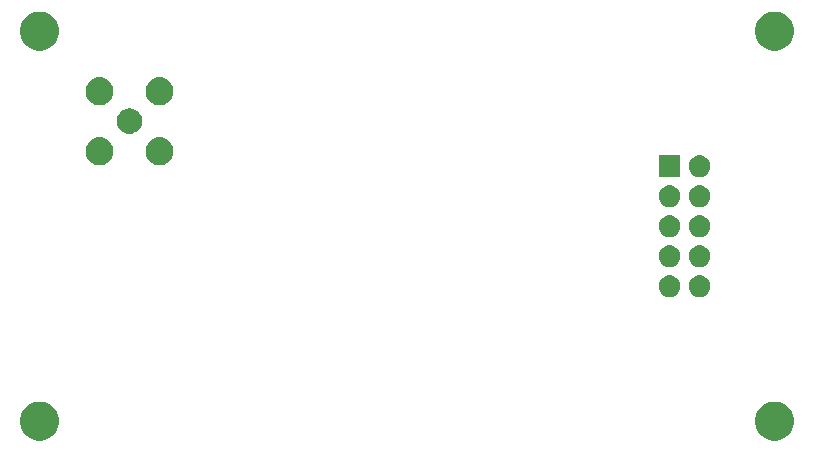
<source format=gbr>
G04 #@! TF.GenerationSoftware,KiCad,Pcbnew,5.1.5-52549c5~84~ubuntu18.04.1*
G04 #@! TF.CreationDate,2019-12-29T09:20:39+09:30*
G04 #@! TF.ProjectId,SpectrumAnalyser,53706563-7472-4756-9d41-6e616c797365,rev?*
G04 #@! TF.SameCoordinates,Original*
G04 #@! TF.FileFunction,Soldermask,Bot*
G04 #@! TF.FilePolarity,Negative*
%FSLAX46Y46*%
G04 Gerber Fmt 4.6, Leading zero omitted, Abs format (unit mm)*
G04 Created by KiCad (PCBNEW 5.1.5-52549c5~84~ubuntu18.04.1) date 2019-12-29 09:20:39*
%MOMM*%
%LPD*%
G04 APERTURE LIST*
%ADD10C,0.100000*%
G04 APERTURE END LIST*
D10*
G36*
X212465256Y-113961298D02*
G01*
X212571579Y-113982447D01*
X212872042Y-114106903D01*
X213142451Y-114287585D01*
X213372415Y-114517549D01*
X213553097Y-114787958D01*
X213677553Y-115088421D01*
X213741000Y-115407391D01*
X213741000Y-115732609D01*
X213677553Y-116051579D01*
X213553097Y-116352042D01*
X213372415Y-116622451D01*
X213142451Y-116852415D01*
X212872042Y-117033097D01*
X212571579Y-117157553D01*
X212465256Y-117178702D01*
X212252611Y-117221000D01*
X211927389Y-117221000D01*
X211714744Y-117178702D01*
X211608421Y-117157553D01*
X211307958Y-117033097D01*
X211037549Y-116852415D01*
X210807585Y-116622451D01*
X210626903Y-116352042D01*
X210502447Y-116051579D01*
X210439000Y-115732609D01*
X210439000Y-115407391D01*
X210502447Y-115088421D01*
X210626903Y-114787958D01*
X210807585Y-114517549D01*
X211037549Y-114287585D01*
X211307958Y-114106903D01*
X211608421Y-113982447D01*
X211714744Y-113961298D01*
X211927389Y-113919000D01*
X212252611Y-113919000D01*
X212465256Y-113961298D01*
G37*
G36*
X150235256Y-113961298D02*
G01*
X150341579Y-113982447D01*
X150642042Y-114106903D01*
X150912451Y-114287585D01*
X151142415Y-114517549D01*
X151323097Y-114787958D01*
X151447553Y-115088421D01*
X151511000Y-115407391D01*
X151511000Y-115732609D01*
X151447553Y-116051579D01*
X151323097Y-116352042D01*
X151142415Y-116622451D01*
X150912451Y-116852415D01*
X150642042Y-117033097D01*
X150341579Y-117157553D01*
X150235256Y-117178702D01*
X150022611Y-117221000D01*
X149697389Y-117221000D01*
X149484744Y-117178702D01*
X149378421Y-117157553D01*
X149077958Y-117033097D01*
X148807549Y-116852415D01*
X148577585Y-116622451D01*
X148396903Y-116352042D01*
X148272447Y-116051579D01*
X148209000Y-115732609D01*
X148209000Y-115407391D01*
X148272447Y-115088421D01*
X148396903Y-114787958D01*
X148577585Y-114517549D01*
X148807549Y-114287585D01*
X149077958Y-114106903D01*
X149378421Y-113982447D01*
X149484744Y-113961298D01*
X149697389Y-113919000D01*
X150022611Y-113919000D01*
X150235256Y-113961298D01*
G37*
G36*
X206006778Y-103260547D02*
G01*
X206173224Y-103329491D01*
X206323022Y-103429583D01*
X206450417Y-103556978D01*
X206550509Y-103706776D01*
X206619453Y-103873222D01*
X206654600Y-104049918D01*
X206654600Y-104230082D01*
X206619453Y-104406778D01*
X206550509Y-104573224D01*
X206450417Y-104723022D01*
X206323022Y-104850417D01*
X206173224Y-104950509D01*
X206006778Y-105019453D01*
X205830082Y-105054600D01*
X205649918Y-105054600D01*
X205473222Y-105019453D01*
X205306776Y-104950509D01*
X205156978Y-104850417D01*
X205029583Y-104723022D01*
X204929491Y-104573224D01*
X204860547Y-104406778D01*
X204825400Y-104230082D01*
X204825400Y-104049918D01*
X204860547Y-103873222D01*
X204929491Y-103706776D01*
X205029583Y-103556978D01*
X205156978Y-103429583D01*
X205306776Y-103329491D01*
X205473222Y-103260547D01*
X205649918Y-103225400D01*
X205830082Y-103225400D01*
X206006778Y-103260547D01*
G37*
G36*
X203466778Y-103260547D02*
G01*
X203633224Y-103329491D01*
X203783022Y-103429583D01*
X203910417Y-103556978D01*
X204010509Y-103706776D01*
X204079453Y-103873222D01*
X204114600Y-104049918D01*
X204114600Y-104230082D01*
X204079453Y-104406778D01*
X204010509Y-104573224D01*
X203910417Y-104723022D01*
X203783022Y-104850417D01*
X203633224Y-104950509D01*
X203466778Y-105019453D01*
X203290082Y-105054600D01*
X203109918Y-105054600D01*
X202933222Y-105019453D01*
X202766776Y-104950509D01*
X202616978Y-104850417D01*
X202489583Y-104723022D01*
X202389491Y-104573224D01*
X202320547Y-104406778D01*
X202285400Y-104230082D01*
X202285400Y-104049918D01*
X202320547Y-103873222D01*
X202389491Y-103706776D01*
X202489583Y-103556978D01*
X202616978Y-103429583D01*
X202766776Y-103329491D01*
X202933222Y-103260547D01*
X203109918Y-103225400D01*
X203290082Y-103225400D01*
X203466778Y-103260547D01*
G37*
G36*
X206006778Y-100720547D02*
G01*
X206173224Y-100789491D01*
X206323022Y-100889583D01*
X206450417Y-101016978D01*
X206550509Y-101166776D01*
X206619453Y-101333222D01*
X206654600Y-101509918D01*
X206654600Y-101690082D01*
X206619453Y-101866778D01*
X206550509Y-102033224D01*
X206450417Y-102183022D01*
X206323022Y-102310417D01*
X206173224Y-102410509D01*
X206006778Y-102479453D01*
X205830082Y-102514600D01*
X205649918Y-102514600D01*
X205473222Y-102479453D01*
X205306776Y-102410509D01*
X205156978Y-102310417D01*
X205029583Y-102183022D01*
X204929491Y-102033224D01*
X204860547Y-101866778D01*
X204825400Y-101690082D01*
X204825400Y-101509918D01*
X204860547Y-101333222D01*
X204929491Y-101166776D01*
X205029583Y-101016978D01*
X205156978Y-100889583D01*
X205306776Y-100789491D01*
X205473222Y-100720547D01*
X205649918Y-100685400D01*
X205830082Y-100685400D01*
X206006778Y-100720547D01*
G37*
G36*
X203466778Y-100720547D02*
G01*
X203633224Y-100789491D01*
X203783022Y-100889583D01*
X203910417Y-101016978D01*
X204010509Y-101166776D01*
X204079453Y-101333222D01*
X204114600Y-101509918D01*
X204114600Y-101690082D01*
X204079453Y-101866778D01*
X204010509Y-102033224D01*
X203910417Y-102183022D01*
X203783022Y-102310417D01*
X203633224Y-102410509D01*
X203466778Y-102479453D01*
X203290082Y-102514600D01*
X203109918Y-102514600D01*
X202933222Y-102479453D01*
X202766776Y-102410509D01*
X202616978Y-102310417D01*
X202489583Y-102183022D01*
X202389491Y-102033224D01*
X202320547Y-101866778D01*
X202285400Y-101690082D01*
X202285400Y-101509918D01*
X202320547Y-101333222D01*
X202389491Y-101166776D01*
X202489583Y-101016978D01*
X202616978Y-100889583D01*
X202766776Y-100789491D01*
X202933222Y-100720547D01*
X203109918Y-100685400D01*
X203290082Y-100685400D01*
X203466778Y-100720547D01*
G37*
G36*
X206006778Y-98180547D02*
G01*
X206173224Y-98249491D01*
X206323022Y-98349583D01*
X206450417Y-98476978D01*
X206550509Y-98626776D01*
X206619453Y-98793222D01*
X206654600Y-98969918D01*
X206654600Y-99150082D01*
X206619453Y-99326778D01*
X206550509Y-99493224D01*
X206450417Y-99643022D01*
X206323022Y-99770417D01*
X206173224Y-99870509D01*
X206006778Y-99939453D01*
X205830082Y-99974600D01*
X205649918Y-99974600D01*
X205473222Y-99939453D01*
X205306776Y-99870509D01*
X205156978Y-99770417D01*
X205029583Y-99643022D01*
X204929491Y-99493224D01*
X204860547Y-99326778D01*
X204825400Y-99150082D01*
X204825400Y-98969918D01*
X204860547Y-98793222D01*
X204929491Y-98626776D01*
X205029583Y-98476978D01*
X205156978Y-98349583D01*
X205306776Y-98249491D01*
X205473222Y-98180547D01*
X205649918Y-98145400D01*
X205830082Y-98145400D01*
X206006778Y-98180547D01*
G37*
G36*
X203466778Y-98180547D02*
G01*
X203633224Y-98249491D01*
X203783022Y-98349583D01*
X203910417Y-98476978D01*
X204010509Y-98626776D01*
X204079453Y-98793222D01*
X204114600Y-98969918D01*
X204114600Y-99150082D01*
X204079453Y-99326778D01*
X204010509Y-99493224D01*
X203910417Y-99643022D01*
X203783022Y-99770417D01*
X203633224Y-99870509D01*
X203466778Y-99939453D01*
X203290082Y-99974600D01*
X203109918Y-99974600D01*
X202933222Y-99939453D01*
X202766776Y-99870509D01*
X202616978Y-99770417D01*
X202489583Y-99643022D01*
X202389491Y-99493224D01*
X202320547Y-99326778D01*
X202285400Y-99150082D01*
X202285400Y-98969918D01*
X202320547Y-98793222D01*
X202389491Y-98626776D01*
X202489583Y-98476978D01*
X202616978Y-98349583D01*
X202766776Y-98249491D01*
X202933222Y-98180547D01*
X203109918Y-98145400D01*
X203290082Y-98145400D01*
X203466778Y-98180547D01*
G37*
G36*
X206006778Y-95640547D02*
G01*
X206173224Y-95709491D01*
X206323022Y-95809583D01*
X206450417Y-95936978D01*
X206550509Y-96086776D01*
X206619453Y-96253222D01*
X206654600Y-96429918D01*
X206654600Y-96610082D01*
X206619453Y-96786778D01*
X206550509Y-96953224D01*
X206450417Y-97103022D01*
X206323022Y-97230417D01*
X206173224Y-97330509D01*
X206006778Y-97399453D01*
X205830082Y-97434600D01*
X205649918Y-97434600D01*
X205473222Y-97399453D01*
X205306776Y-97330509D01*
X205156978Y-97230417D01*
X205029583Y-97103022D01*
X204929491Y-96953224D01*
X204860547Y-96786778D01*
X204825400Y-96610082D01*
X204825400Y-96429918D01*
X204860547Y-96253222D01*
X204929491Y-96086776D01*
X205029583Y-95936978D01*
X205156978Y-95809583D01*
X205306776Y-95709491D01*
X205473222Y-95640547D01*
X205649918Y-95605400D01*
X205830082Y-95605400D01*
X206006778Y-95640547D01*
G37*
G36*
X203466778Y-95640547D02*
G01*
X203633224Y-95709491D01*
X203783022Y-95809583D01*
X203910417Y-95936978D01*
X204010509Y-96086776D01*
X204079453Y-96253222D01*
X204114600Y-96429918D01*
X204114600Y-96610082D01*
X204079453Y-96786778D01*
X204010509Y-96953224D01*
X203910417Y-97103022D01*
X203783022Y-97230417D01*
X203633224Y-97330509D01*
X203466778Y-97399453D01*
X203290082Y-97434600D01*
X203109918Y-97434600D01*
X202933222Y-97399453D01*
X202766776Y-97330509D01*
X202616978Y-97230417D01*
X202489583Y-97103022D01*
X202389491Y-96953224D01*
X202320547Y-96786778D01*
X202285400Y-96610082D01*
X202285400Y-96429918D01*
X202320547Y-96253222D01*
X202389491Y-96086776D01*
X202489583Y-95936978D01*
X202616978Y-95809583D01*
X202766776Y-95709491D01*
X202933222Y-95640547D01*
X203109918Y-95605400D01*
X203290082Y-95605400D01*
X203466778Y-95640547D01*
G37*
G36*
X204114600Y-94894600D02*
G01*
X202285400Y-94894600D01*
X202285400Y-93065400D01*
X204114600Y-93065400D01*
X204114600Y-94894600D01*
G37*
G36*
X206006778Y-93100547D02*
G01*
X206173224Y-93169491D01*
X206323022Y-93269583D01*
X206450417Y-93396978D01*
X206550509Y-93546776D01*
X206619453Y-93713222D01*
X206654600Y-93889918D01*
X206654600Y-94070082D01*
X206619453Y-94246778D01*
X206550509Y-94413224D01*
X206450417Y-94563022D01*
X206323022Y-94690417D01*
X206173224Y-94790509D01*
X206006778Y-94859453D01*
X205830082Y-94894600D01*
X205649918Y-94894600D01*
X205473222Y-94859453D01*
X205306776Y-94790509D01*
X205156978Y-94690417D01*
X205029583Y-94563022D01*
X204929491Y-94413224D01*
X204860547Y-94246778D01*
X204825400Y-94070082D01*
X204825400Y-93889918D01*
X204860547Y-93713222D01*
X204929491Y-93546776D01*
X205029583Y-93396978D01*
X205156978Y-93269583D01*
X205306776Y-93169491D01*
X205473222Y-93100547D01*
X205649918Y-93065400D01*
X205830082Y-93065400D01*
X206006778Y-93100547D01*
G37*
G36*
X160211560Y-91549064D02*
G01*
X160363027Y-91579193D01*
X160577045Y-91667842D01*
X160577046Y-91667843D01*
X160769654Y-91796539D01*
X160933461Y-91960346D01*
X161019258Y-92088751D01*
X161062158Y-92152955D01*
X161150807Y-92366973D01*
X161196000Y-92594174D01*
X161196000Y-92825826D01*
X161150807Y-93053027D01*
X161062158Y-93267045D01*
X161062157Y-93267046D01*
X160933461Y-93459654D01*
X160769654Y-93623461D01*
X160641249Y-93709258D01*
X160577045Y-93752158D01*
X160363027Y-93840807D01*
X160211560Y-93870936D01*
X160135827Y-93886000D01*
X159904173Y-93886000D01*
X159828440Y-93870936D01*
X159676973Y-93840807D01*
X159462955Y-93752158D01*
X159398751Y-93709258D01*
X159270346Y-93623461D01*
X159106539Y-93459654D01*
X158977843Y-93267046D01*
X158977842Y-93267045D01*
X158889193Y-93053027D01*
X158844000Y-92825826D01*
X158844000Y-92594174D01*
X158889193Y-92366973D01*
X158977842Y-92152955D01*
X159020742Y-92088751D01*
X159106539Y-91960346D01*
X159270346Y-91796539D01*
X159462954Y-91667843D01*
X159462955Y-91667842D01*
X159676973Y-91579193D01*
X159828440Y-91549064D01*
X159904173Y-91534000D01*
X160135827Y-91534000D01*
X160211560Y-91549064D01*
G37*
G36*
X155131560Y-91549064D02*
G01*
X155283027Y-91579193D01*
X155497045Y-91667842D01*
X155497046Y-91667843D01*
X155689654Y-91796539D01*
X155853461Y-91960346D01*
X155939258Y-92088751D01*
X155982158Y-92152955D01*
X156070807Y-92366973D01*
X156116000Y-92594174D01*
X156116000Y-92825826D01*
X156070807Y-93053027D01*
X155982158Y-93267045D01*
X155982157Y-93267046D01*
X155853461Y-93459654D01*
X155689654Y-93623461D01*
X155561249Y-93709258D01*
X155497045Y-93752158D01*
X155283027Y-93840807D01*
X155131560Y-93870936D01*
X155055827Y-93886000D01*
X154824173Y-93886000D01*
X154748440Y-93870936D01*
X154596973Y-93840807D01*
X154382955Y-93752158D01*
X154318751Y-93709258D01*
X154190346Y-93623461D01*
X154026539Y-93459654D01*
X153897843Y-93267046D01*
X153897842Y-93267045D01*
X153809193Y-93053027D01*
X153764000Y-92825826D01*
X153764000Y-92594174D01*
X153809193Y-92366973D01*
X153897842Y-92152955D01*
X153940742Y-92088751D01*
X154026539Y-91960346D01*
X154190346Y-91796539D01*
X154382954Y-91667843D01*
X154382955Y-91667842D01*
X154596973Y-91579193D01*
X154748440Y-91549064D01*
X154824173Y-91534000D01*
X155055827Y-91534000D01*
X155131560Y-91549064D01*
G37*
G36*
X157655271Y-89107783D02*
G01*
X157793858Y-89135350D01*
X157989677Y-89216461D01*
X158165910Y-89334216D01*
X158315784Y-89484090D01*
X158433539Y-89660323D01*
X158514650Y-89856142D01*
X158556000Y-90064023D01*
X158556000Y-90275977D01*
X158514650Y-90483858D01*
X158433539Y-90679677D01*
X158315784Y-90855910D01*
X158165910Y-91005784D01*
X157989677Y-91123539D01*
X157793858Y-91204650D01*
X157655271Y-91232217D01*
X157585978Y-91246000D01*
X157374022Y-91246000D01*
X157304729Y-91232217D01*
X157166142Y-91204650D01*
X156970323Y-91123539D01*
X156794090Y-91005784D01*
X156644216Y-90855910D01*
X156526461Y-90679677D01*
X156445350Y-90483858D01*
X156404000Y-90275977D01*
X156404000Y-90064023D01*
X156445350Y-89856142D01*
X156526461Y-89660323D01*
X156644216Y-89484090D01*
X156794090Y-89334216D01*
X156970323Y-89216461D01*
X157166142Y-89135350D01*
X157304729Y-89107783D01*
X157374022Y-89094000D01*
X157585978Y-89094000D01*
X157655271Y-89107783D01*
G37*
G36*
X160211560Y-86469064D02*
G01*
X160363027Y-86499193D01*
X160577045Y-86587842D01*
X160577046Y-86587843D01*
X160769654Y-86716539D01*
X160933461Y-86880346D01*
X161019258Y-87008751D01*
X161062158Y-87072955D01*
X161150807Y-87286973D01*
X161196000Y-87514174D01*
X161196000Y-87745826D01*
X161150807Y-87973027D01*
X161062158Y-88187045D01*
X161062157Y-88187046D01*
X160933461Y-88379654D01*
X160769654Y-88543461D01*
X160641249Y-88629258D01*
X160577045Y-88672158D01*
X160363027Y-88760807D01*
X160211560Y-88790936D01*
X160135827Y-88806000D01*
X159904173Y-88806000D01*
X159828440Y-88790936D01*
X159676973Y-88760807D01*
X159462955Y-88672158D01*
X159398751Y-88629258D01*
X159270346Y-88543461D01*
X159106539Y-88379654D01*
X158977843Y-88187046D01*
X158977842Y-88187045D01*
X158889193Y-87973027D01*
X158844000Y-87745826D01*
X158844000Y-87514174D01*
X158889193Y-87286973D01*
X158977842Y-87072955D01*
X159020742Y-87008751D01*
X159106539Y-86880346D01*
X159270346Y-86716539D01*
X159462954Y-86587843D01*
X159462955Y-86587842D01*
X159676973Y-86499193D01*
X159828440Y-86469064D01*
X159904173Y-86454000D01*
X160135827Y-86454000D01*
X160211560Y-86469064D01*
G37*
G36*
X155131560Y-86469064D02*
G01*
X155283027Y-86499193D01*
X155497045Y-86587842D01*
X155497046Y-86587843D01*
X155689654Y-86716539D01*
X155853461Y-86880346D01*
X155939258Y-87008751D01*
X155982158Y-87072955D01*
X156070807Y-87286973D01*
X156116000Y-87514174D01*
X156116000Y-87745826D01*
X156070807Y-87973027D01*
X155982158Y-88187045D01*
X155982157Y-88187046D01*
X155853461Y-88379654D01*
X155689654Y-88543461D01*
X155561249Y-88629258D01*
X155497045Y-88672158D01*
X155283027Y-88760807D01*
X155131560Y-88790936D01*
X155055827Y-88806000D01*
X154824173Y-88806000D01*
X154748440Y-88790936D01*
X154596973Y-88760807D01*
X154382955Y-88672158D01*
X154318751Y-88629258D01*
X154190346Y-88543461D01*
X154026539Y-88379654D01*
X153897843Y-88187046D01*
X153897842Y-88187045D01*
X153809193Y-87973027D01*
X153764000Y-87745826D01*
X153764000Y-87514174D01*
X153809193Y-87286973D01*
X153897842Y-87072955D01*
X153940742Y-87008751D01*
X154026539Y-86880346D01*
X154190346Y-86716539D01*
X154382954Y-86587843D01*
X154382955Y-86587842D01*
X154596973Y-86499193D01*
X154748440Y-86469064D01*
X154824173Y-86454000D01*
X155055827Y-86454000D01*
X155131560Y-86469064D01*
G37*
G36*
X150235256Y-80941298D02*
G01*
X150341579Y-80962447D01*
X150642042Y-81086903D01*
X150912451Y-81267585D01*
X151142415Y-81497549D01*
X151323097Y-81767958D01*
X151447553Y-82068421D01*
X151511000Y-82387391D01*
X151511000Y-82712609D01*
X151447553Y-83031579D01*
X151323097Y-83332042D01*
X151142415Y-83602451D01*
X150912451Y-83832415D01*
X150642042Y-84013097D01*
X150341579Y-84137553D01*
X150235256Y-84158702D01*
X150022611Y-84201000D01*
X149697389Y-84201000D01*
X149484744Y-84158702D01*
X149378421Y-84137553D01*
X149077958Y-84013097D01*
X148807549Y-83832415D01*
X148577585Y-83602451D01*
X148396903Y-83332042D01*
X148272447Y-83031579D01*
X148209000Y-82712609D01*
X148209000Y-82387391D01*
X148272447Y-82068421D01*
X148396903Y-81767958D01*
X148577585Y-81497549D01*
X148807549Y-81267585D01*
X149077958Y-81086903D01*
X149378421Y-80962447D01*
X149484744Y-80941298D01*
X149697389Y-80899000D01*
X150022611Y-80899000D01*
X150235256Y-80941298D01*
G37*
G36*
X212465256Y-80941298D02*
G01*
X212571579Y-80962447D01*
X212872042Y-81086903D01*
X213142451Y-81267585D01*
X213372415Y-81497549D01*
X213553097Y-81767958D01*
X213677553Y-82068421D01*
X213741000Y-82387391D01*
X213741000Y-82712609D01*
X213677553Y-83031579D01*
X213553097Y-83332042D01*
X213372415Y-83602451D01*
X213142451Y-83832415D01*
X212872042Y-84013097D01*
X212571579Y-84137553D01*
X212465256Y-84158702D01*
X212252611Y-84201000D01*
X211927389Y-84201000D01*
X211714744Y-84158702D01*
X211608421Y-84137553D01*
X211307958Y-84013097D01*
X211037549Y-83832415D01*
X210807585Y-83602451D01*
X210626903Y-83332042D01*
X210502447Y-83031579D01*
X210439000Y-82712609D01*
X210439000Y-82387391D01*
X210502447Y-82068421D01*
X210626903Y-81767958D01*
X210807585Y-81497549D01*
X211037549Y-81267585D01*
X211307958Y-81086903D01*
X211608421Y-80962447D01*
X211714744Y-80941298D01*
X211927389Y-80899000D01*
X212252611Y-80899000D01*
X212465256Y-80941298D01*
G37*
M02*

</source>
